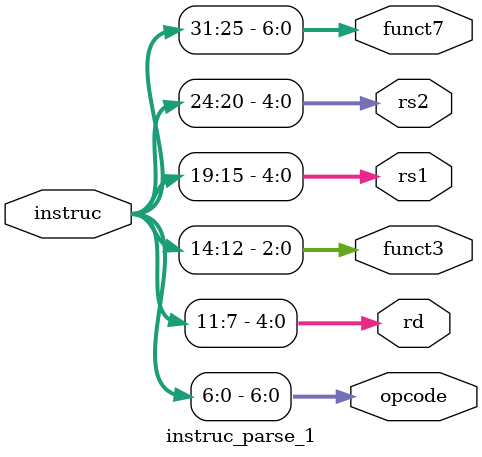
<source format=v>
module instruc_parse_1
(
    input [31:0] instruc,
    output [6:0] opcode,
    output [4:0] rd,
    output [2:0] funct3,
    output [4:0] rs1,
    output [4:0] rs2,
    output [6:0] funct7

);

assign opcode = instruc[6:0];
assign rd = instruc[11:7];
assign funct3 = instruc[14:12];
assign rs1 = instruc[19:15];
assign rs2 = instruc[24:20];
assign funct7 = instruc[31:25];


endmodule // instruc_parse 
</source>
